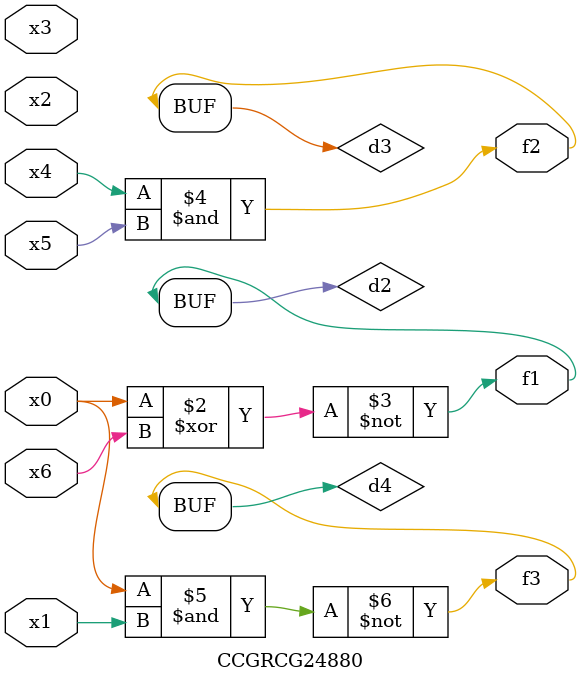
<source format=v>
module CCGRCG24880(
	input x0, x1, x2, x3, x4, x5, x6,
	output f1, f2, f3
);

	wire d1, d2, d3, d4;

	nor (d1, x0);
	xnor (d2, x0, x6);
	and (d3, x4, x5);
	nand (d4, x0, x1);
	assign f1 = d2;
	assign f2 = d3;
	assign f3 = d4;
endmodule

</source>
